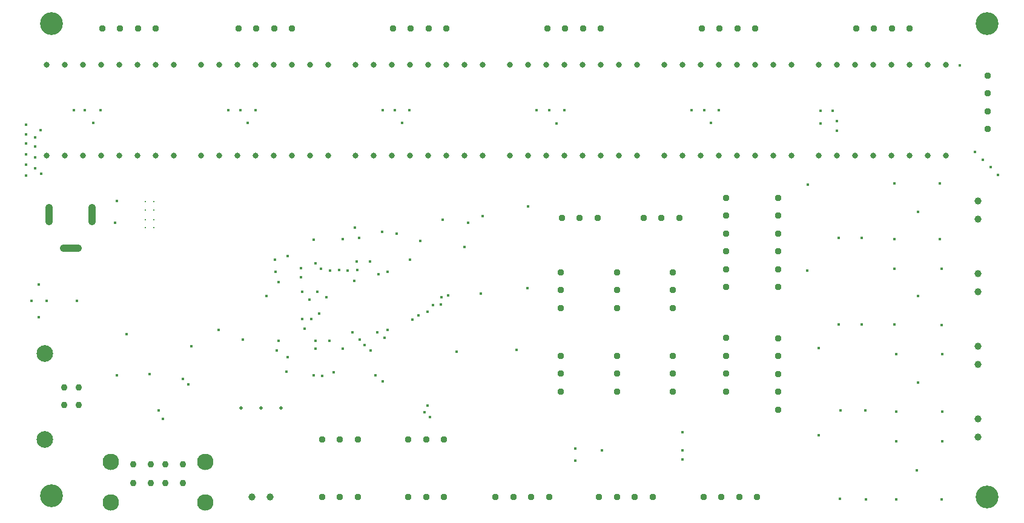
<source format=gbr>
%TF.GenerationSoftware,KiCad,Pcbnew,5.1.7+dfsg1-1~bpo10+1*%
%TF.CreationDate,2020-11-15T21:32:29+00:00*%
%TF.ProjectId,mobo,6d6f626f-2e6b-4696-9361-645f70636258,rev?*%
%TF.SameCoordinates,Original*%
%TF.FileFunction,Plated,1,2,PTH,Mixed*%
%TF.FilePolarity,Positive*%
%FSLAX46Y46*%
G04 Gerber Fmt 4.6, Leading zero omitted, Abs format (unit mm)*
G04 Created by KiCad (PCBNEW 5.1.7+dfsg1-1~bpo10+1) date 2020-11-15 21:32:29*
%MOMM*%
%LPD*%
G01*
G04 APERTURE LIST*
%TA.AperFunction,ComponentDrill*%
%ADD10C,0.300000*%
%TD*%
%TA.AperFunction,ViaDrill*%
%ADD11C,0.400000*%
%TD*%
%TA.AperFunction,ComponentDrill*%
%ADD12C,0.500000*%
%TD*%
%TA.AperFunction,ComponentDrill*%
%ADD13C,0.800000*%
%TD*%
%TA.AperFunction,ComponentDrill*%
%ADD14C,0.920000*%
%TD*%
%TA.AperFunction,ComponentDrill*%
%ADD15C,0.950000*%
%TD*%
%TA.AperFunction,ComponentDrill*%
%ADD16C,1.000000*%
%TD*%
G04 aperture for slot hole*
%TA.AperFunction,ComponentDrill*%
%ADD17C,1.000000*%
%TD*%
%TA.AperFunction,ComponentDrill*%
%ADD18C,2.300000*%
%TD*%
%TA.AperFunction,ComponentDrill*%
%ADD19C,2.330000*%
%TD*%
%TA.AperFunction,ComponentDrill*%
%ADD20C,3.200000*%
%TD*%
G04 APERTURE END LIST*
D10*
%TO.C,U7*%
X17561000Y-29315000D03*
X17561000Y-30515000D03*
X17561000Y-31815000D03*
X17561000Y-32915000D03*
X18761000Y-29315000D03*
X18761000Y-30515000D03*
X18761000Y-31815000D03*
X18761000Y-32915000D03*
%TD*%
D11*
X889000Y-18542000D03*
X889000Y-19939000D03*
X889000Y-21209000D03*
X889000Y-22733000D03*
X889000Y-24130000D03*
X889000Y-25654000D03*
X1651000Y-43180000D03*
X2159000Y-20320000D03*
X2159000Y-21590000D03*
X2159000Y-23114000D03*
X2159000Y-24638000D03*
X2667000Y-40894000D03*
X2667000Y-45466000D03*
X2921000Y-19304000D03*
X3048000Y-25400000D03*
X3810000Y-43180000D03*
X7620000Y-16510000D03*
X8034000Y-43180000D03*
X9144000Y-16510000D03*
X10287000Y-18288000D03*
X11303000Y-16510000D03*
X13335000Y-32258000D03*
X13589000Y-29210000D03*
X13589000Y-53594000D03*
X14986000Y-47879000D03*
X18161000Y-53467000D03*
X19457500Y-58547000D03*
X20066000Y-59690000D03*
X22869768Y-54111768D03*
X23612232Y-54854232D03*
X24003000Y-49530000D03*
X27813000Y-47244000D03*
X29210000Y-16510000D03*
X30861000Y-16510000D03*
X31242000Y-48641000D03*
X31877000Y-18288000D03*
X33020000Y-16510000D03*
X34544000Y-42545000D03*
X35687000Y-37465000D03*
X35814000Y-39121846D03*
X35941000Y-50165000D03*
X36195000Y-48768000D03*
X36263153Y-40571847D03*
X37338000Y-53086000D03*
X37465000Y-36957000D03*
X37465000Y-51054000D03*
X39370000Y-38608000D03*
X39370000Y-39878000D03*
X39497000Y-41910000D03*
X39497000Y-45720000D03*
X39878000Y-47117000D03*
X40513000Y-43017000D03*
X40767000Y-45720000D03*
X41148000Y-34671000D03*
X41148000Y-53594000D03*
X41402000Y-37973000D03*
X41402000Y-48768000D03*
X41402000Y-49911000D03*
X41656000Y-41910000D03*
X41910000Y-44958000D03*
X42164000Y-38735000D03*
X42291000Y-53721000D03*
X42926000Y-42672000D03*
X43311653Y-48763347D03*
X43434000Y-38989000D03*
X43942000Y-53213000D03*
X44704000Y-38862000D03*
X45212000Y-34544000D03*
X45212000Y-49911000D03*
X45847000Y-38989000D03*
X46549730Y-47575036D03*
X46844625Y-40367625D03*
X46876680Y-32906680D03*
X47163001Y-37719000D03*
X47244000Y-38862000D03*
X47498000Y-34417000D03*
X47602442Y-48627747D03*
X48260000Y-49381153D03*
X49022000Y-37719000D03*
X49080847Y-50106153D03*
X49784000Y-53594000D03*
X50038000Y-47625000D03*
X50165000Y-39497000D03*
X50673000Y-33528000D03*
X50800000Y-16510000D03*
X50800000Y-54483000D03*
X51054000Y-48387000D03*
X51435000Y-39116000D03*
X51435000Y-47244000D03*
X52451000Y-16510000D03*
X52705000Y-33782000D03*
X53467000Y-18288000D03*
X54483000Y-16510000D03*
X54610000Y-37465000D03*
X54932153Y-45778847D03*
X55755018Y-45210607D03*
X56007000Y-34798000D03*
X56642000Y-58801000D03*
X57023000Y-44704000D03*
X57086500Y-57848500D03*
X57404000Y-59461982D03*
X57785000Y-43815000D03*
X58928000Y-43688000D03*
X58981542Y-42689433D03*
X59182000Y-31877000D03*
X59944000Y-42418000D03*
X61087000Y-50292000D03*
X62230000Y-35687000D03*
X62738000Y-32258000D03*
X64516000Y-42164000D03*
X64770000Y-31369000D03*
X69469000Y-50038000D03*
X70993000Y-41402000D03*
X71120000Y-29972000D03*
X72263000Y-16510000D03*
X74041000Y-16510000D03*
X75057000Y-18415000D03*
X76200000Y-16510000D03*
X77724000Y-63881000D03*
X77724000Y-65532000D03*
X81407000Y-64135000D03*
X92710000Y-61595000D03*
X92710000Y-64135000D03*
X92710000Y-65405000D03*
X93980000Y-16510000D03*
X95758000Y-16510000D03*
X96647000Y-18288000D03*
X97790000Y-16510000D03*
X110109000Y-38989000D03*
X110236000Y-26924000D03*
X111760000Y-49784000D03*
X111760000Y-61976000D03*
X112014000Y-16637000D03*
X112014000Y-18415000D03*
X113665000Y-16637000D03*
X114300000Y-18034000D03*
X114300000Y-19431000D03*
X114554000Y-34417000D03*
X114554000Y-46482000D03*
X114681000Y-70866000D03*
X114808000Y-58547000D03*
X117729000Y-34417000D03*
X117729000Y-46482000D03*
X118237000Y-58547000D03*
X118364000Y-70993000D03*
X122301000Y-26797000D03*
X122301000Y-34544000D03*
X122301000Y-38735000D03*
X122301000Y-46482000D03*
X122555000Y-50673000D03*
X122555000Y-58674000D03*
X122555000Y-62865000D03*
X122555000Y-70993000D03*
X125476000Y-66929000D03*
X125603000Y-30734000D03*
X125603000Y-42545000D03*
X125603000Y-54610000D03*
X128651000Y-26797000D03*
X128651000Y-34544000D03*
X128905000Y-38735000D03*
X128905000Y-46609000D03*
X128905000Y-70993000D03*
X129032000Y-50673000D03*
X129032000Y-58674000D03*
X129032000Y-62865000D03*
X131445000Y-10287000D03*
X133604000Y-22352000D03*
X134683500Y-23431500D03*
X135763000Y-24511000D03*
X136842500Y-25590500D03*
D12*
%TO.C,TP3*%
X33782000Y-58166000D03*
%TO.C,TP2*%
X36576000Y-58166000D03*
%TO.C,TP1*%
X30988000Y-58166000D03*
D13*
%TO.C,A1*%
X68580000Y-10160000D03*
X68580000Y-22860000D03*
X71120000Y-10160000D03*
X71120000Y-22860000D03*
X73660000Y-10160000D03*
X73660000Y-22860000D03*
X76200000Y-10160000D03*
X76200000Y-22860000D03*
X78740000Y-10160000D03*
X78740000Y-22860000D03*
X81280000Y-10160000D03*
X81280000Y-22860000D03*
X83820000Y-10160000D03*
X83820000Y-22860000D03*
X86360000Y-10160000D03*
X86360000Y-22860000D03*
%TO.C,A2*%
X111760000Y-10160000D03*
X111760000Y-22860000D03*
X114300000Y-10160000D03*
X114300000Y-22860000D03*
X116840000Y-10160000D03*
X116840000Y-22860000D03*
X119380000Y-10160000D03*
X119380000Y-22860000D03*
X121920000Y-10160000D03*
X121920000Y-22860000D03*
X124460000Y-10160000D03*
X124460000Y-22860000D03*
X127000000Y-10160000D03*
X127000000Y-22860000D03*
X129540000Y-10160000D03*
X129540000Y-22860000D03*
%TO.C,A3*%
X3810000Y-10160000D03*
X3810000Y-22860000D03*
X6350000Y-10160000D03*
X6350000Y-22860000D03*
X8890000Y-10160000D03*
X8890000Y-22860000D03*
X11430000Y-10160000D03*
X11430000Y-22860000D03*
X13970000Y-10160000D03*
X13970000Y-22860000D03*
X16510000Y-10160000D03*
X16510000Y-22860000D03*
X19050000Y-10160000D03*
X19050000Y-22860000D03*
X21590000Y-10160000D03*
X21590000Y-22860000D03*
%TO.C,A5*%
X46990000Y-10160000D03*
X46990000Y-22860000D03*
X49530000Y-10160000D03*
X49530000Y-22860000D03*
X52070000Y-10160000D03*
X52070000Y-22860000D03*
X54610000Y-10160000D03*
X54610000Y-22860000D03*
X57150000Y-10160000D03*
X57150000Y-22860000D03*
X59690000Y-10160000D03*
X59690000Y-22860000D03*
X62230000Y-10160000D03*
X62230000Y-22860000D03*
X64770000Y-10160000D03*
X64770000Y-22860000D03*
%TO.C,A4*%
X25400000Y-10160000D03*
X25400000Y-22860000D03*
X27940000Y-10160000D03*
X27940000Y-22860000D03*
X30480000Y-10160000D03*
X30480000Y-22860000D03*
X33020000Y-10160000D03*
X33020000Y-22860000D03*
X35560000Y-10160000D03*
X35560000Y-22860000D03*
X38100000Y-10160000D03*
X38100000Y-22860000D03*
X40640000Y-10160000D03*
X40640000Y-22860000D03*
X43180000Y-10160000D03*
X43180000Y-22860000D03*
%TO.C,A6*%
X90170000Y-10160000D03*
X90170000Y-22860000D03*
X92710000Y-10160000D03*
X92710000Y-22860000D03*
X95250000Y-10160000D03*
X95250000Y-22860000D03*
X97790000Y-10160000D03*
X97790000Y-22860000D03*
X100330000Y-10160000D03*
X100330000Y-22860000D03*
X102870000Y-10160000D03*
X102870000Y-22860000D03*
X105410000Y-10160000D03*
X105410000Y-22860000D03*
X107950000Y-10160000D03*
X107950000Y-22860000D03*
D14*
%TO.C,J41*%
X6255000Y-55285000D03*
X6255000Y-57785000D03*
X8255000Y-55285000D03*
X8255000Y-57785000D03*
%TO.C,J42*%
X15875000Y-66040000D03*
X15875000Y-68660000D03*
X18375000Y-66040000D03*
X18375000Y-68660000D03*
X20375000Y-66040000D03*
X20375000Y-68660000D03*
X22875000Y-66040000D03*
X22875000Y-68660000D03*
D15*
%TO.C,J60*%
X75692000Y-50880000D03*
X75692000Y-53380000D03*
X75692000Y-55880000D03*
%TO.C,J22*%
X106045000Y-48420000D03*
X106045000Y-50920000D03*
X106045000Y-53420000D03*
X106045000Y-55920000D03*
X106045000Y-58420000D03*
%TO.C,J16*%
X81026000Y-70612000D03*
X83526000Y-70612000D03*
X86026000Y-70612000D03*
X88526000Y-70612000D03*
%TO.C,J21*%
X98806000Y-48380000D03*
X98806000Y-50880000D03*
X98806000Y-53380000D03*
X98806000Y-55880000D03*
%TO.C,J20*%
X83566000Y-50880000D03*
X83566000Y-53380000D03*
X83566000Y-55880000D03*
%TO.C,J17*%
X95631000Y-70612000D03*
X98131000Y-70612000D03*
X100631000Y-70612000D03*
X103131000Y-70612000D03*
%TO.C,J66*%
X87249000Y-31623000D03*
X89749000Y-31623000D03*
X92249000Y-31623000D03*
%TO.C,J13*%
X54356000Y-62611000D03*
X56856000Y-62611000D03*
X59356000Y-62611000D03*
%TO.C,J7*%
X42291000Y-62611000D03*
X44791000Y-62611000D03*
X47291000Y-62611000D03*
%TO.C,J15*%
X66548000Y-70612000D03*
X69048000Y-70612000D03*
X71548000Y-70612000D03*
X74048000Y-70612000D03*
%TO.C,J23*%
X98806000Y-28775000D03*
X98806000Y-31275000D03*
X98806000Y-33775000D03*
X98806000Y-36275000D03*
X98806000Y-38775000D03*
X98806000Y-41275000D03*
%TO.C,J1*%
X73780000Y-5080000D03*
X76280000Y-5080000D03*
X78780000Y-5080000D03*
X81280000Y-5080000D03*
%TO.C,J12*%
X54356000Y-70612000D03*
X56856000Y-70612000D03*
X59356000Y-70612000D03*
%TO.C,J3*%
X11550000Y-5080000D03*
X14050000Y-5080000D03*
X16550000Y-5080000D03*
X19050000Y-5080000D03*
%TO.C,J19*%
X91313000Y-39196000D03*
X91313000Y-41696000D03*
X91313000Y-44196000D03*
%TO.C,J2*%
X116960000Y-5080000D03*
X119460000Y-5080000D03*
X121960000Y-5080000D03*
X124460000Y-5080000D03*
%TO.C,J65*%
X75819000Y-31623000D03*
X78319000Y-31623000D03*
X80819000Y-31623000D03*
%TO.C,J4*%
X30600000Y-5080000D03*
X33100000Y-5080000D03*
X35600000Y-5080000D03*
X38100000Y-5080000D03*
%TO.C,J62*%
X75692000Y-39196000D03*
X75692000Y-41696000D03*
X75692000Y-44196000D03*
%TO.C,J6*%
X42291000Y-70612000D03*
X44791000Y-70612000D03*
X47291000Y-70612000D03*
%TO.C,J18*%
X83566000Y-39196000D03*
X83566000Y-41696000D03*
X83566000Y-44196000D03*
%TO.C,J61*%
X91353000Y-50880000D03*
X91353000Y-53380000D03*
X91353000Y-55880000D03*
%TO.C,J38*%
X95370000Y-5080000D03*
X97870000Y-5080000D03*
X100370000Y-5080000D03*
X102870000Y-5080000D03*
%TO.C,J37*%
X52190000Y-5080000D03*
X54690000Y-5080000D03*
X57190000Y-5080000D03*
X59690000Y-5080000D03*
%TO.C,J24*%
X106045000Y-28775000D03*
X106045000Y-31275000D03*
X106045000Y-33775000D03*
X106045000Y-36275000D03*
X106045000Y-38775000D03*
X106045000Y-41275000D03*
%TO.C,J48*%
X135382000Y-11677000D03*
X135382000Y-14177000D03*
X135382000Y-16677000D03*
X135382000Y-19177000D03*
D16*
%TO.C,J8*%
X133985000Y-29250000D03*
X133985000Y-31750000D03*
%TO.C,J11*%
X133985000Y-59730000D03*
X133985000Y-62230000D03*
D17*
%TO.C,J45*%
X4160000Y-32115000D02*
X4160000Y-30115000D01*
X8160000Y-35815000D02*
X6160000Y-35815000D01*
X10160000Y-32115000D02*
X10160000Y-30115000D01*
D16*
%TO.C,J14*%
X32512000Y-70612000D03*
X35012000Y-70612000D03*
%TO.C,J9*%
X133985000Y-39410000D03*
X133985000Y-41910000D03*
%TO.C,J10*%
X134025000Y-49570000D03*
X134025000Y-52070000D03*
D18*
%TO.C,J42*%
X12805000Y-65690000D03*
X12805000Y-71370000D03*
X25945000Y-65690000D03*
X25945000Y-71370000D03*
D19*
%TO.C,J41*%
X3545000Y-50515000D03*
X3545000Y-62555000D03*
D20*
%TO.C,H1*%
X4445000Y-4445000D03*
%TO.C,H2*%
X4445000Y-70485000D03*
%TO.C,H3*%
X135255000Y-70583001D03*
%TO.C,H4*%
X135255000Y-4445000D03*
M02*

</source>
